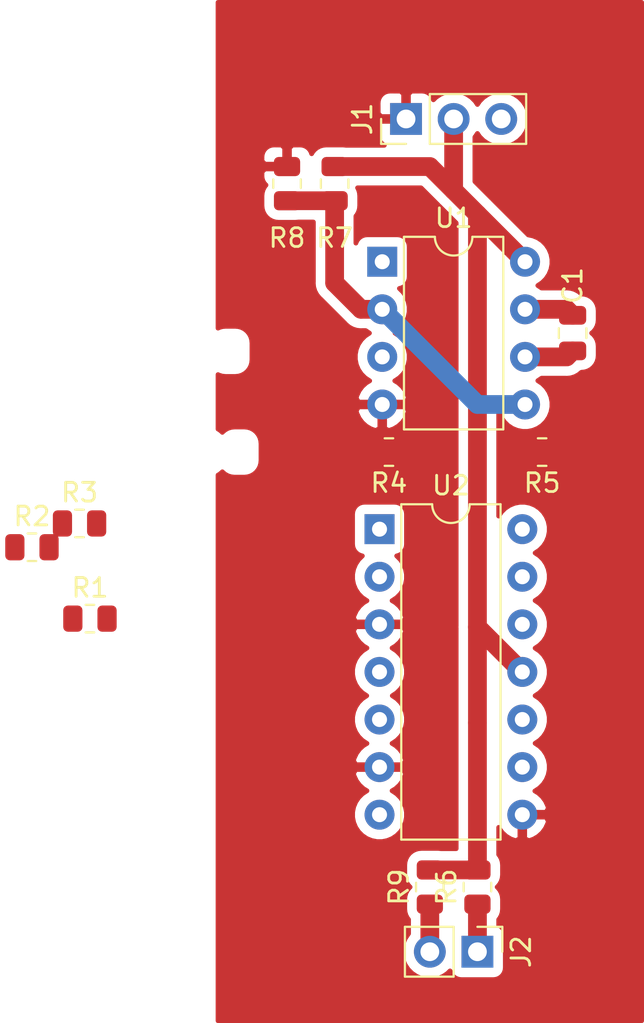
<source format=kicad_pcb>
(kicad_pcb (version 20171130) (host pcbnew "(5.1.9)-1")

  (general
    (thickness 1.6)
    (drawings 0)
    (tracks 22)
    (zones 0)
    (modules 14)
    (nets 17)
  )

  (page A4)
  (layers
    (0 F.Cu signal)
    (31 B.Cu signal)
    (32 B.Adhes user)
    (33 F.Adhes user)
    (34 B.Paste user)
    (35 F.Paste user)
    (36 B.SilkS user)
    (37 F.SilkS user)
    (38 B.Mask user)
    (39 F.Mask user)
    (40 Dwgs.User user)
    (41 Cmts.User user)
    (42 Eco1.User user)
    (43 Eco2.User user)
    (44 Edge.Cuts user)
    (45 Margin user)
    (46 B.CrtYd user)
    (47 F.CrtYd user)
    (48 B.Fab user)
    (49 F.Fab user)
  )

  (setup
    (last_trace_width 1)
    (user_trace_width 0.25)
    (user_trace_width 0.5)
    (user_trace_width 1)
    (trace_clearance 0.2)
    (zone_clearance 0.508)
    (zone_45_only no)
    (trace_min 0.2)
    (via_size 0.8)
    (via_drill 0.4)
    (via_min_size 0.4)
    (via_min_drill 0.3)
    (uvia_size 0.3)
    (uvia_drill 0.1)
    (uvias_allowed no)
    (uvia_min_size 0.2)
    (uvia_min_drill 0.1)
    (edge_width 0.05)
    (segment_width 0.2)
    (pcb_text_width 0.3)
    (pcb_text_size 1.5 1.5)
    (mod_edge_width 0.12)
    (mod_text_size 1 1)
    (mod_text_width 0.15)
    (pad_size 1.524 1.524)
    (pad_drill 0.762)
    (pad_to_mask_clearance 0)
    (aux_axis_origin 0 0)
    (visible_elements FFFFFF7F)
    (pcbplotparams
      (layerselection 0x010fc_ffffffff)
      (usegerberextensions false)
      (usegerberattributes true)
      (usegerberadvancedattributes true)
      (creategerberjobfile true)
      (excludeedgelayer true)
      (linewidth 0.100000)
      (plotframeref false)
      (viasonmask false)
      (mode 1)
      (useauxorigin false)
      (hpglpennumber 1)
      (hpglpenspeed 20)
      (hpglpendiameter 15.000000)
      (psnegative false)
      (psa4output false)
      (plotreference true)
      (plotvalue true)
      (plotinvisibletext false)
      (padsonsilk false)
      (subtractmaskfromsilk false)
      (outputformat 1)
      (mirror false)
      (drillshape 1)
      (scaleselection 1)
      (outputdirectory ""))
  )

  (net 0 "")
  (net 1 "Net-(C1-Pad2)")
  (net 2 "Net-(R1-Pad2)")
  (net 3 "Net-(R2-Pad2)")
  (net 4 "Net-(R3-Pad1)")
  (net 5 "Net-(R4-Pad1)")
  (net 6 VCC)
  (net 7 PWM)
  (net 8 V_REF)
  (net 9 GND)
  (net 10 DC_REF)
  (net 11 "Net-(U2-Pad2)")
  (net 12 "Net-(U2-Pad1)")
  (net 13 PWM_INV)
  (net 14 "Net-(U2-Pad14)")
  (net 15 "Net-(U2-Pad13)")
  (net 16 /TRI)

  (net_class Default "This is the default net class."
    (clearance 0.2)
    (trace_width 0.25)
    (via_dia 0.8)
    (via_drill 0.4)
    (uvia_dia 0.3)
    (uvia_drill 0.1)
    (add_net /TRI)
    (add_net DC_REF)
    (add_net GND)
    (add_net "Net-(C1-Pad2)")
    (add_net "Net-(R1-Pad2)")
    (add_net "Net-(R2-Pad2)")
    (add_net "Net-(R3-Pad1)")
    (add_net "Net-(R4-Pad1)")
    (add_net "Net-(U2-Pad1)")
    (add_net "Net-(U2-Pad13)")
    (add_net "Net-(U2-Pad14)")
    (add_net "Net-(U2-Pad2)")
    (add_net PWM)
    (add_net PWM_INV)
    (add_net VCC)
    (add_net V_REF)
  )

  (module Connector_PinHeader_2.54mm:PinHeader_1x02_P2.54mm_Vertical (layer F.Cu) (tedit 59FED5CC) (tstamp 60EC80A6)
    (at 193.04 102.87 270)
    (descr "Through hole straight pin header, 1x02, 2.54mm pitch, single row")
    (tags "Through hole pin header THT 1x02 2.54mm single row")
    (path /60F01DA5)
    (fp_text reference J2 (at 0 -2.33 90) (layer F.SilkS)
      (effects (font (size 1 1) (thickness 0.15)))
    )
    (fp_text value Conn_01x02 (at 2.54 1.27 180) (layer F.Fab)
      (effects (font (size 1 1) (thickness 0.15)))
    )
    (fp_text user %R (at 0 1.27) (layer F.Fab)
      (effects (font (size 1 1) (thickness 0.15)))
    )
    (fp_line (start -0.635 -1.27) (end 1.27 -1.27) (layer F.Fab) (width 0.1))
    (fp_line (start 1.27 -1.27) (end 1.27 3.81) (layer F.Fab) (width 0.1))
    (fp_line (start 1.27 3.81) (end -1.27 3.81) (layer F.Fab) (width 0.1))
    (fp_line (start -1.27 3.81) (end -1.27 -0.635) (layer F.Fab) (width 0.1))
    (fp_line (start -1.27 -0.635) (end -0.635 -1.27) (layer F.Fab) (width 0.1))
    (fp_line (start -1.33 3.87) (end 1.33 3.87) (layer F.SilkS) (width 0.12))
    (fp_line (start -1.33 1.27) (end -1.33 3.87) (layer F.SilkS) (width 0.12))
    (fp_line (start 1.33 1.27) (end 1.33 3.87) (layer F.SilkS) (width 0.12))
    (fp_line (start -1.33 1.27) (end 1.33 1.27) (layer F.SilkS) (width 0.12))
    (fp_line (start -1.33 0) (end -1.33 -1.33) (layer F.SilkS) (width 0.12))
    (fp_line (start -1.33 -1.33) (end 0 -1.33) (layer F.SilkS) (width 0.12))
    (fp_line (start -1.8 -1.8) (end -1.8 4.35) (layer F.CrtYd) (width 0.05))
    (fp_line (start -1.8 4.35) (end 1.8 4.35) (layer F.CrtYd) (width 0.05))
    (fp_line (start 1.8 4.35) (end 1.8 -1.8) (layer F.CrtYd) (width 0.05))
    (fp_line (start 1.8 -1.8) (end -1.8 -1.8) (layer F.CrtYd) (width 0.05))
    (pad 2 thru_hole oval (at 0 2.54 270) (size 1.7 1.7) (drill 1) (layers *.Cu *.Mask)
      (net 13 PWM_INV))
    (pad 1 thru_hole rect (at 0 0 270) (size 1.7 1.7) (drill 1) (layers *.Cu *.Mask)
      (net 7 PWM))
    (model ${KISYS3DMOD}/Connector_PinHeader_2.54mm.3dshapes/PinHeader_1x02_P2.54mm_Vertical.wrl
      (at (xyz 0 0 0))
      (scale (xyz 1 1 1))
      (rotate (xyz 0 0 0))
    )
  )

  (module Connector_PinHeader_2.54mm:PinHeader_1x03_P2.54mm_Vertical (layer F.Cu) (tedit 59FED5CC) (tstamp 60EC6B43)
    (at 189.23 58.42 90)
    (descr "Through hole straight pin header, 1x03, 2.54mm pitch, single row")
    (tags "Through hole pin header THT 1x03 2.54mm single row")
    (path /60ED24AA)
    (fp_text reference J1 (at 0 -2.33 90) (layer F.SilkS)
      (effects (font (size 1 1) (thickness 0.15)))
    )
    (fp_text value Conn_01x03 (at 0 7.41 90) (layer F.Fab)
      (effects (font (size 1 1) (thickness 0.15)))
    )
    (fp_text user %R (at 0 2.54) (layer F.Fab)
      (effects (font (size 1 1) (thickness 0.15)))
    )
    (fp_line (start -0.635 -1.27) (end 1.27 -1.27) (layer F.Fab) (width 0.1))
    (fp_line (start 1.27 -1.27) (end 1.27 6.35) (layer F.Fab) (width 0.1))
    (fp_line (start 1.27 6.35) (end -1.27 6.35) (layer F.Fab) (width 0.1))
    (fp_line (start -1.27 6.35) (end -1.27 -0.635) (layer F.Fab) (width 0.1))
    (fp_line (start -1.27 -0.635) (end -0.635 -1.27) (layer F.Fab) (width 0.1))
    (fp_line (start -1.33 6.41) (end 1.33 6.41) (layer F.SilkS) (width 0.12))
    (fp_line (start -1.33 1.27) (end -1.33 6.41) (layer F.SilkS) (width 0.12))
    (fp_line (start 1.33 1.27) (end 1.33 6.41) (layer F.SilkS) (width 0.12))
    (fp_line (start -1.33 1.27) (end 1.33 1.27) (layer F.SilkS) (width 0.12))
    (fp_line (start -1.33 0) (end -1.33 -1.33) (layer F.SilkS) (width 0.12))
    (fp_line (start -1.33 -1.33) (end 0 -1.33) (layer F.SilkS) (width 0.12))
    (fp_line (start -1.8 -1.8) (end -1.8 6.85) (layer F.CrtYd) (width 0.05))
    (fp_line (start -1.8 6.85) (end 1.8 6.85) (layer F.CrtYd) (width 0.05))
    (fp_line (start 1.8 6.85) (end 1.8 -1.8) (layer F.CrtYd) (width 0.05))
    (fp_line (start 1.8 -1.8) (end -1.8 -1.8) (layer F.CrtYd) (width 0.05))
    (pad 3 thru_hole oval (at 0 5.08 90) (size 1.7 1.7) (drill 1) (layers *.Cu *.Mask)
      (net 10 DC_REF))
    (pad 2 thru_hole oval (at 0 2.54 90) (size 1.7 1.7) (drill 1) (layers *.Cu *.Mask)
      (net 6 VCC))
    (pad 1 thru_hole rect (at 0 0 90) (size 1.7 1.7) (drill 1) (layers *.Cu *.Mask)
      (net 9 GND))
    (model ${KISYS3DMOD}/Connector_PinHeader_2.54mm.3dshapes/PinHeader_1x03_P2.54mm_Vertical.wrl
      (at (xyz 0 0 0))
      (scale (xyz 1 1 1))
      (rotate (xyz 0 0 0))
    )
  )

  (module Resistor_SMD:R_0805_2012Metric (layer F.Cu) (tedit 5F68FEEE) (tstamp 60EC8986)
    (at 190.5 99.4175 90)
    (descr "Resistor SMD 0805 (2012 Metric), square (rectangular) end terminal, IPC_7351 nominal, (Body size source: IPC-SM-782 page 72, https://www.pcb-3d.com/wordpress/wp-content/uploads/ipc-sm-782a_amendment_1_and_2.pdf), generated with kicad-footprint-generator")
    (tags resistor)
    (path /60ECDDC8)
    (attr smd)
    (fp_text reference R9 (at 0 -1.65 90) (layer F.SilkS)
      (effects (font (size 1 1) (thickness 0.15)))
    )
    (fp_text value 10K (at 0 1.65 90) (layer F.Fab)
      (effects (font (size 1 1) (thickness 0.15)))
    )
    (fp_text user %R (at 0 0 90) (layer F.Fab)
      (effects (font (size 0.5 0.5) (thickness 0.08)))
    )
    (fp_line (start -1 0.625) (end -1 -0.625) (layer F.Fab) (width 0.1))
    (fp_line (start -1 -0.625) (end 1 -0.625) (layer F.Fab) (width 0.1))
    (fp_line (start 1 -0.625) (end 1 0.625) (layer F.Fab) (width 0.1))
    (fp_line (start 1 0.625) (end -1 0.625) (layer F.Fab) (width 0.1))
    (fp_line (start -0.227064 -0.735) (end 0.227064 -0.735) (layer F.SilkS) (width 0.12))
    (fp_line (start -0.227064 0.735) (end 0.227064 0.735) (layer F.SilkS) (width 0.12))
    (fp_line (start -1.68 0.95) (end -1.68 -0.95) (layer F.CrtYd) (width 0.05))
    (fp_line (start -1.68 -0.95) (end 1.68 -0.95) (layer F.CrtYd) (width 0.05))
    (fp_line (start 1.68 -0.95) (end 1.68 0.95) (layer F.CrtYd) (width 0.05))
    (fp_line (start 1.68 0.95) (end -1.68 0.95) (layer F.CrtYd) (width 0.05))
    (pad 2 smd roundrect (at 0.9125 0 90) (size 1.025 1.4) (layers F.Cu F.Paste F.Mask) (roundrect_rratio 0.243902)
      (net 6 VCC))
    (pad 1 smd roundrect (at -0.9125 0 90) (size 1.025 1.4) (layers F.Cu F.Paste F.Mask) (roundrect_rratio 0.243902)
      (net 13 PWM_INV))
    (model ${KISYS3DMOD}/Resistor_SMD.3dshapes/R_0805_2012Metric.wrl
      (at (xyz 0 0 0))
      (scale (xyz 1 1 1))
      (rotate (xyz 0 0 0))
    )
  )

  (module Package_DIP:DIP-14_W7.62mm (layer F.Cu) (tedit 5A02E8C5) (tstamp 60EC5091)
    (at 187.815001 80.315001)
    (descr "14-lead though-hole mounted DIP package, row spacing 7.62 mm (300 mils)")
    (tags "THT DIP DIL PDIP 2.54mm 7.62mm 300mil")
    (path /60F1ACCD)
    (fp_text reference U2 (at 3.81 -2.33) (layer F.SilkS)
      (effects (font (size 1 1) (thickness 0.15)))
    )
    (fp_text value LM319 (at 3.954999 14.934999) (layer F.Fab)
      (effects (font (size 1 1) (thickness 0.15)))
    )
    (fp_text user %R (at 3.81 7.62) (layer F.Fab)
      (effects (font (size 1 1) (thickness 0.15)))
    )
    (fp_arc (start 3.81 -1.33) (end 2.81 -1.33) (angle -180) (layer F.SilkS) (width 0.12))
    (fp_line (start 1.635 -1.27) (end 6.985 -1.27) (layer F.Fab) (width 0.1))
    (fp_line (start 6.985 -1.27) (end 6.985 16.51) (layer F.Fab) (width 0.1))
    (fp_line (start 6.985 16.51) (end 0.635 16.51) (layer F.Fab) (width 0.1))
    (fp_line (start 0.635 16.51) (end 0.635 -0.27) (layer F.Fab) (width 0.1))
    (fp_line (start 0.635 -0.27) (end 1.635 -1.27) (layer F.Fab) (width 0.1))
    (fp_line (start 2.81 -1.33) (end 1.16 -1.33) (layer F.SilkS) (width 0.12))
    (fp_line (start 1.16 -1.33) (end 1.16 16.57) (layer F.SilkS) (width 0.12))
    (fp_line (start 1.16 16.57) (end 6.46 16.57) (layer F.SilkS) (width 0.12))
    (fp_line (start 6.46 16.57) (end 6.46 -1.33) (layer F.SilkS) (width 0.12))
    (fp_line (start 6.46 -1.33) (end 4.81 -1.33) (layer F.SilkS) (width 0.12))
    (fp_line (start -1.1 -1.55) (end -1.1 16.8) (layer F.CrtYd) (width 0.05))
    (fp_line (start -1.1 16.8) (end 8.7 16.8) (layer F.CrtYd) (width 0.05))
    (fp_line (start 8.7 16.8) (end 8.7 -1.55) (layer F.CrtYd) (width 0.05))
    (fp_line (start 8.7 -1.55) (end -1.1 -1.55) (layer F.CrtYd) (width 0.05))
    (pad 14 thru_hole oval (at 7.62 0) (size 1.6 1.6) (drill 0.8) (layers *.Cu *.Mask)
      (net 14 "Net-(U2-Pad14)"))
    (pad 7 thru_hole oval (at 0 15.24) (size 1.6 1.6) (drill 0.8) (layers *.Cu *.Mask)
      (net 13 PWM_INV))
    (pad 13 thru_hole oval (at 7.62 2.54) (size 1.6 1.6) (drill 0.8) (layers *.Cu *.Mask)
      (net 15 "Net-(U2-Pad13)"))
    (pad 6 thru_hole oval (at 0 12.7) (size 1.6 1.6) (drill 0.8) (layers *.Cu *.Mask)
      (net 9 GND))
    (pad 12 thru_hole oval (at 7.62 5.08) (size 1.6 1.6) (drill 0.8) (layers *.Cu *.Mask)
      (net 7 PWM))
    (pad 5 thru_hole oval (at 0 10.16) (size 1.6 1.6) (drill 0.8) (layers *.Cu *.Mask)
      (net 10 DC_REF))
    (pad 11 thru_hole oval (at 7.62 7.62) (size 1.6 1.6) (drill 0.8) (layers *.Cu *.Mask)
      (net 6 VCC))
    (pad 4 thru_hole oval (at 0 7.62) (size 1.6 1.6) (drill 0.8) (layers *.Cu *.Mask)
      (net 16 /TRI))
    (pad 10 thru_hole oval (at 7.62 10.16) (size 1.6 1.6) (drill 0.8) (layers *.Cu *.Mask)
      (net 16 /TRI))
    (pad 3 thru_hole oval (at 0 5.08) (size 1.6 1.6) (drill 0.8) (layers *.Cu *.Mask)
      (net 9 GND))
    (pad 9 thru_hole oval (at 7.62 12.7) (size 1.6 1.6) (drill 0.8) (layers *.Cu *.Mask)
      (net 10 DC_REF))
    (pad 2 thru_hole oval (at 0 2.54) (size 1.6 1.6) (drill 0.8) (layers *.Cu *.Mask)
      (net 11 "Net-(U2-Pad2)"))
    (pad 8 thru_hole oval (at 7.62 15.24) (size 1.6 1.6) (drill 0.8) (layers *.Cu *.Mask)
      (net 9 GND))
    (pad 1 thru_hole rect (at 0 0) (size 1.6 1.6) (drill 0.8) (layers *.Cu *.Mask)
      (net 12 "Net-(U2-Pad1)"))
    (model ${KISYS3DMOD}/Package_DIP.3dshapes/DIP-14_W7.62mm.wrl
      (at (xyz 0 0 0))
      (scale (xyz 1 1 1))
      (rotate (xyz 0 0 0))
    )
  )

  (module Package_DIP:DIP-8_W7.62mm (layer F.Cu) (tedit 5A02E8C5) (tstamp 60EC506F)
    (at 187.96 66.04)
    (descr "8-lead though-hole mounted DIP package, row spacing 7.62 mm (300 mils)")
    (tags "THT DIP DIL PDIP 2.54mm 7.62mm 300mil")
    (path /60ED83D4)
    (fp_text reference U1 (at 3.81 -2.33) (layer F.SilkS)
      (effects (font (size 1 1) (thickness 0.15)))
    )
    (fp_text value TLE2082 (at 3.81 9.95) (layer F.Fab)
      (effects (font (size 1 1) (thickness 0.15)))
    )
    (fp_text user %R (at 3.81 3.81) (layer F.Fab)
      (effects (font (size 1 1) (thickness 0.15)))
    )
    (fp_arc (start 3.81 -1.33) (end 2.81 -1.33) (angle -180) (layer F.SilkS) (width 0.12))
    (fp_line (start 1.635 -1.27) (end 6.985 -1.27) (layer F.Fab) (width 0.1))
    (fp_line (start 6.985 -1.27) (end 6.985 8.89) (layer F.Fab) (width 0.1))
    (fp_line (start 6.985 8.89) (end 0.635 8.89) (layer F.Fab) (width 0.1))
    (fp_line (start 0.635 8.89) (end 0.635 -0.27) (layer F.Fab) (width 0.1))
    (fp_line (start 0.635 -0.27) (end 1.635 -1.27) (layer F.Fab) (width 0.1))
    (fp_line (start 2.81 -1.33) (end 1.16 -1.33) (layer F.SilkS) (width 0.12))
    (fp_line (start 1.16 -1.33) (end 1.16 8.95) (layer F.SilkS) (width 0.12))
    (fp_line (start 1.16 8.95) (end 6.46 8.95) (layer F.SilkS) (width 0.12))
    (fp_line (start 6.46 8.95) (end 6.46 -1.33) (layer F.SilkS) (width 0.12))
    (fp_line (start 6.46 -1.33) (end 4.81 -1.33) (layer F.SilkS) (width 0.12))
    (fp_line (start -1.1 -1.55) (end -1.1 9.15) (layer F.CrtYd) (width 0.05))
    (fp_line (start -1.1 9.15) (end 8.7 9.15) (layer F.CrtYd) (width 0.05))
    (fp_line (start 8.7 9.15) (end 8.7 -1.55) (layer F.CrtYd) (width 0.05))
    (fp_line (start 8.7 -1.55) (end -1.1 -1.55) (layer F.CrtYd) (width 0.05))
    (pad 8 thru_hole oval (at 7.62 0) (size 1.6 1.6) (drill 0.8) (layers *.Cu *.Mask)
      (net 6 VCC))
    (pad 4 thru_hole oval (at 0 7.62) (size 1.6 1.6) (drill 0.8) (layers *.Cu *.Mask)
      (net 9 GND))
    (pad 7 thru_hole oval (at 7.62 2.54) (size 1.6 1.6) (drill 0.8) (layers *.Cu *.Mask)
      (net 16 /TRI))
    (pad 3 thru_hole oval (at 0 5.08) (size 1.6 1.6) (drill 0.8) (layers *.Cu *.Mask)
      (net 2 "Net-(R1-Pad2)"))
    (pad 6 thru_hole oval (at 7.62 5.08) (size 1.6 1.6) (drill 0.8) (layers *.Cu *.Mask)
      (net 1 "Net-(C1-Pad2)"))
    (pad 2 thru_hole oval (at 0 2.54) (size 1.6 1.6) (drill 0.8) (layers *.Cu *.Mask)
      (net 8 V_REF))
    (pad 5 thru_hole oval (at 7.62 7.62) (size 1.6 1.6) (drill 0.8) (layers *.Cu *.Mask)
      (net 8 V_REF))
    (pad 1 thru_hole rect (at 0 0) (size 1.6 1.6) (drill 0.8) (layers *.Cu *.Mask)
      (net 4 "Net-(R3-Pad1)"))
    (model ${KISYS3DMOD}/Package_DIP.3dshapes/DIP-8_W7.62mm.wrl
      (at (xyz 0 0 0))
      (scale (xyz 1 1 1))
      (rotate (xyz 0 0 0))
    )
  )

  (module Resistor_SMD:R_0805_2012Metric (layer F.Cu) (tedit 5F68FEEE) (tstamp 60EC5053)
    (at 182.88 61.8725 90)
    (descr "Resistor SMD 0805 (2012 Metric), square (rectangular) end terminal, IPC_7351 nominal, (Body size source: IPC-SM-782 page 72, https://www.pcb-3d.com/wordpress/wp-content/uploads/ipc-sm-782a_amendment_1_and_2.pdf), generated with kicad-footprint-generator")
    (tags resistor)
    (path /60ECD2E4)
    (attr smd)
    (fp_text reference R8 (at -2.8975 0 180) (layer F.SilkS)
      (effects (font (size 1 1) (thickness 0.15)))
    )
    (fp_text value 10K (at 0.01527 -1.65147 90) (layer F.Fab)
      (effects (font (size 1 1) (thickness 0.15)))
    )
    (fp_text user %R (at 0 0 90) (layer F.Fab)
      (effects (font (size 0.5 0.5) (thickness 0.08)))
    )
    (fp_line (start -1 0.625) (end -1 -0.625) (layer F.Fab) (width 0.1))
    (fp_line (start -1 -0.625) (end 1 -0.625) (layer F.Fab) (width 0.1))
    (fp_line (start 1 -0.625) (end 1 0.625) (layer F.Fab) (width 0.1))
    (fp_line (start 1 0.625) (end -1 0.625) (layer F.Fab) (width 0.1))
    (fp_line (start -0.227064 -0.735) (end 0.227064 -0.735) (layer F.SilkS) (width 0.12))
    (fp_line (start -0.227064 0.735) (end 0.227064 0.735) (layer F.SilkS) (width 0.12))
    (fp_line (start -1.68 0.95) (end -1.68 -0.95) (layer F.CrtYd) (width 0.05))
    (fp_line (start -1.68 -0.95) (end 1.68 -0.95) (layer F.CrtYd) (width 0.05))
    (fp_line (start 1.68 -0.95) (end 1.68 0.95) (layer F.CrtYd) (width 0.05))
    (fp_line (start 1.68 0.95) (end -1.68 0.95) (layer F.CrtYd) (width 0.05))
    (pad 2 smd roundrect (at 0.9125 0 90) (size 1.025 1.4) (layers F.Cu F.Paste F.Mask) (roundrect_rratio 0.243902)
      (net 9 GND))
    (pad 1 smd roundrect (at -0.9125 0 90) (size 1.025 1.4) (layers F.Cu F.Paste F.Mask) (roundrect_rratio 0.243902)
      (net 8 V_REF))
    (model ${KISYS3DMOD}/Resistor_SMD.3dshapes/R_0805_2012Metric.wrl
      (at (xyz 0 0 0))
      (scale (xyz 1 1 1))
      (rotate (xyz 0 0 0))
    )
  )

  (module Resistor_SMD:R_0805_2012Metric (layer F.Cu) (tedit 5F68FEEE) (tstamp 60EC5042)
    (at 185.42 61.8725 270)
    (descr "Resistor SMD 0805 (2012 Metric), square (rectangular) end terminal, IPC_7351 nominal, (Body size source: IPC-SM-782 page 72, https://www.pcb-3d.com/wordpress/wp-content/uploads/ipc-sm-782a_amendment_1_and_2.pdf), generated with kicad-footprint-generator")
    (tags resistor)
    (path /60ECCE99)
    (attr smd)
    (fp_text reference R7 (at 2.8975 0) (layer F.SilkS)
      (effects (font (size 1 1) (thickness 0.15)))
    )
    (fp_text value 10K (at 0 -1.905 90) (layer F.Fab)
      (effects (font (size 1 1) (thickness 0.15)))
    )
    (fp_text user %R (at 0 0 90) (layer F.Fab)
      (effects (font (size 0.5 0.5) (thickness 0.08)))
    )
    (fp_line (start -1 0.625) (end -1 -0.625) (layer F.Fab) (width 0.1))
    (fp_line (start -1 -0.625) (end 1 -0.625) (layer F.Fab) (width 0.1))
    (fp_line (start 1 -0.625) (end 1 0.625) (layer F.Fab) (width 0.1))
    (fp_line (start 1 0.625) (end -1 0.625) (layer F.Fab) (width 0.1))
    (fp_line (start -0.227064 -0.735) (end 0.227064 -0.735) (layer F.SilkS) (width 0.12))
    (fp_line (start -0.227064 0.735) (end 0.227064 0.735) (layer F.SilkS) (width 0.12))
    (fp_line (start -1.68 0.95) (end -1.68 -0.95) (layer F.CrtYd) (width 0.05))
    (fp_line (start -1.68 -0.95) (end 1.68 -0.95) (layer F.CrtYd) (width 0.05))
    (fp_line (start 1.68 -0.95) (end 1.68 0.95) (layer F.CrtYd) (width 0.05))
    (fp_line (start 1.68 0.95) (end -1.68 0.95) (layer F.CrtYd) (width 0.05))
    (pad 2 smd roundrect (at 0.9125 0 270) (size 1.025 1.4) (layers F.Cu F.Paste F.Mask) (roundrect_rratio 0.243902)
      (net 8 V_REF))
    (pad 1 smd roundrect (at -0.9125 0 270) (size 1.025 1.4) (layers F.Cu F.Paste F.Mask) (roundrect_rratio 0.243902)
      (net 6 VCC))
    (model ${KISYS3DMOD}/Resistor_SMD.3dshapes/R_0805_2012Metric.wrl
      (at (xyz 0 0 0))
      (scale (xyz 1 1 1))
      (rotate (xyz 0 0 0))
    )
  )

  (module Resistor_SMD:R_0805_2012Metric (layer F.Cu) (tedit 5F68FEEE) (tstamp 60EC5031)
    (at 193.04 99.4175 90)
    (descr "Resistor SMD 0805 (2012 Metric), square (rectangular) end terminal, IPC_7351 nominal, (Body size source: IPC-SM-782 page 72, https://www.pcb-3d.com/wordpress/wp-content/uploads/ipc-sm-782a_amendment_1_and_2.pdf), generated with kicad-footprint-generator")
    (tags resistor)
    (path /60EE366E)
    (attr smd)
    (fp_text reference R6 (at 0 -1.65 90) (layer F.SilkS)
      (effects (font (size 1 1) (thickness 0.15)))
    )
    (fp_text value 10K (at 0 1.65 90) (layer F.Fab)
      (effects (font (size 1 1) (thickness 0.15)))
    )
    (fp_text user %R (at 0 0 90) (layer F.Fab)
      (effects (font (size 0.5 0.5) (thickness 0.08)))
    )
    (fp_line (start -1 0.625) (end -1 -0.625) (layer F.Fab) (width 0.1))
    (fp_line (start -1 -0.625) (end 1 -0.625) (layer F.Fab) (width 0.1))
    (fp_line (start 1 -0.625) (end 1 0.625) (layer F.Fab) (width 0.1))
    (fp_line (start 1 0.625) (end -1 0.625) (layer F.Fab) (width 0.1))
    (fp_line (start -0.227064 -0.735) (end 0.227064 -0.735) (layer F.SilkS) (width 0.12))
    (fp_line (start -0.227064 0.735) (end 0.227064 0.735) (layer F.SilkS) (width 0.12))
    (fp_line (start -1.68 0.95) (end -1.68 -0.95) (layer F.CrtYd) (width 0.05))
    (fp_line (start -1.68 -0.95) (end 1.68 -0.95) (layer F.CrtYd) (width 0.05))
    (fp_line (start 1.68 -0.95) (end 1.68 0.95) (layer F.CrtYd) (width 0.05))
    (fp_line (start 1.68 0.95) (end -1.68 0.95) (layer F.CrtYd) (width 0.05))
    (pad 2 smd roundrect (at 0.9125 0 90) (size 1.025 1.4) (layers F.Cu F.Paste F.Mask) (roundrect_rratio 0.243902)
      (net 6 VCC))
    (pad 1 smd roundrect (at -0.9125 0 90) (size 1.025 1.4) (layers F.Cu F.Paste F.Mask) (roundrect_rratio 0.243902)
      (net 7 PWM))
    (model ${KISYS3DMOD}/Resistor_SMD.3dshapes/R_0805_2012Metric.wrl
      (at (xyz 0 0 0))
      (scale (xyz 1 1 1))
      (rotate (xyz 0 0 0))
    )
  )

  (module Resistor_SMD:R_0805_2012Metric (layer F.Cu) (tedit 5F68FEEE) (tstamp 60EC5020)
    (at 196.4925 76.2 180)
    (descr "Resistor SMD 0805 (2012 Metric), square (rectangular) end terminal, IPC_7351 nominal, (Body size source: IPC-SM-782 page 72, https://www.pcb-3d.com/wordpress/wp-content/uploads/ipc-sm-782a_amendment_1_and_2.pdf), generated with kicad-footprint-generator")
    (tags resistor)
    (path /60ED02D9)
    (attr smd)
    (fp_text reference R5 (at 0 -1.65) (layer F.SilkS)
      (effects (font (size 1 1) (thickness 0.15)))
    )
    (fp_text value 1K (at 0 1.65) (layer F.Fab)
      (effects (font (size 1 1) (thickness 0.15)))
    )
    (fp_text user %R (at 0 0) (layer F.Fab)
      (effects (font (size 0.5 0.5) (thickness 0.08)))
    )
    (fp_line (start -1 0.625) (end -1 -0.625) (layer F.Fab) (width 0.1))
    (fp_line (start -1 -0.625) (end 1 -0.625) (layer F.Fab) (width 0.1))
    (fp_line (start 1 -0.625) (end 1 0.625) (layer F.Fab) (width 0.1))
    (fp_line (start 1 0.625) (end -1 0.625) (layer F.Fab) (width 0.1))
    (fp_line (start -0.227064 -0.735) (end 0.227064 -0.735) (layer F.SilkS) (width 0.12))
    (fp_line (start -0.227064 0.735) (end 0.227064 0.735) (layer F.SilkS) (width 0.12))
    (fp_line (start -1.68 0.95) (end -1.68 -0.95) (layer F.CrtYd) (width 0.05))
    (fp_line (start -1.68 -0.95) (end 1.68 -0.95) (layer F.CrtYd) (width 0.05))
    (fp_line (start 1.68 -0.95) (end 1.68 0.95) (layer F.CrtYd) (width 0.05))
    (fp_line (start 1.68 0.95) (end -1.68 0.95) (layer F.CrtYd) (width 0.05))
    (pad 2 smd roundrect (at 0.9125 0 180) (size 1.025 1.4) (layers F.Cu F.Paste F.Mask) (roundrect_rratio 0.243902)
      (net 5 "Net-(R4-Pad1)"))
    (pad 1 smd roundrect (at -0.9125 0 180) (size 1.025 1.4) (layers F.Cu F.Paste F.Mask) (roundrect_rratio 0.243902)
      (net 1 "Net-(C1-Pad2)"))
    (model ${KISYS3DMOD}/Resistor_SMD.3dshapes/R_0805_2012Metric.wrl
      (at (xyz 0 0 0))
      (scale (xyz 1 1 1))
      (rotate (xyz 0 0 0))
    )
  )

  (module Resistor_SMD:R_0805_2012Metric (layer F.Cu) (tedit 5F68FEEE) (tstamp 60EC500F)
    (at 188.3175 76.2 180)
    (descr "Resistor SMD 0805 (2012 Metric), square (rectangular) end terminal, IPC_7351 nominal, (Body size source: IPC-SM-782 page 72, https://www.pcb-3d.com/wordpress/wp-content/uploads/ipc-sm-782a_amendment_1_and_2.pdf), generated with kicad-footprint-generator")
    (tags resistor)
    (path /60F0CAC5)
    (attr smd)
    (fp_text reference R4 (at 0 -1.65) (layer F.SilkS)
      (effects (font (size 1 1) (thickness 0.15)))
    )
    (fp_text value 100K (at 0 1.65) (layer F.Fab)
      (effects (font (size 1 1) (thickness 0.15)))
    )
    (fp_text user %R (at 0 0) (layer F.Fab)
      (effects (font (size 0.5 0.5) (thickness 0.08)))
    )
    (fp_line (start -1 0.625) (end -1 -0.625) (layer F.Fab) (width 0.1))
    (fp_line (start -1 -0.625) (end 1 -0.625) (layer F.Fab) (width 0.1))
    (fp_line (start 1 -0.625) (end 1 0.625) (layer F.Fab) (width 0.1))
    (fp_line (start 1 0.625) (end -1 0.625) (layer F.Fab) (width 0.1))
    (fp_line (start -0.227064 -0.735) (end 0.227064 -0.735) (layer F.SilkS) (width 0.12))
    (fp_line (start -0.227064 0.735) (end 0.227064 0.735) (layer F.SilkS) (width 0.12))
    (fp_line (start -1.68 0.95) (end -1.68 -0.95) (layer F.CrtYd) (width 0.05))
    (fp_line (start -1.68 -0.95) (end 1.68 -0.95) (layer F.CrtYd) (width 0.05))
    (fp_line (start 1.68 -0.95) (end 1.68 0.95) (layer F.CrtYd) (width 0.05))
    (fp_line (start 1.68 0.95) (end -1.68 0.95) (layer F.CrtYd) (width 0.05))
    (pad 2 smd roundrect (at 0.9125 0 180) (size 1.025 1.4) (layers F.Cu F.Paste F.Mask) (roundrect_rratio 0.243902)
      (net 4 "Net-(R3-Pad1)"))
    (pad 1 smd roundrect (at -0.9125 0 180) (size 1.025 1.4) (layers F.Cu F.Paste F.Mask) (roundrect_rratio 0.243902)
      (net 5 "Net-(R4-Pad1)"))
    (model ${KISYS3DMOD}/Resistor_SMD.3dshapes/R_0805_2012Metric.wrl
      (at (xyz 0 0 0))
      (scale (xyz 1 1 1))
      (rotate (xyz 0 0 0))
    )
  )

  (module Resistor_SMD:R_0805_2012Metric (layer F.Cu) (tedit 5F68FEEE) (tstamp 60EC4FFE)
    (at 171.8075 80.01)
    (descr "Resistor SMD 0805 (2012 Metric), square (rectangular) end terminal, IPC_7351 nominal, (Body size source: IPC-SM-782 page 72, https://www.pcb-3d.com/wordpress/wp-content/uploads/ipc-sm-782a_amendment_1_and_2.pdf), generated with kicad-footprint-generator")
    (tags resistor)
    (path /60F0BDD1)
    (attr smd)
    (fp_text reference R3 (at 0 -1.65) (layer F.SilkS)
      (effects (font (size 1 1) (thickness 0.15)))
    )
    (fp_text value 1M (at 0 1.65) (layer F.Fab)
      (effects (font (size 1 1) (thickness 0.15)))
    )
    (fp_text user %R (at 0 0) (layer F.Fab)
      (effects (font (size 0.5 0.5) (thickness 0.08)))
    )
    (fp_line (start -1 0.625) (end -1 -0.625) (layer F.Fab) (width 0.1))
    (fp_line (start -1 -0.625) (end 1 -0.625) (layer F.Fab) (width 0.1))
    (fp_line (start 1 -0.625) (end 1 0.625) (layer F.Fab) (width 0.1))
    (fp_line (start 1 0.625) (end -1 0.625) (layer F.Fab) (width 0.1))
    (fp_line (start -0.227064 -0.735) (end 0.227064 -0.735) (layer F.SilkS) (width 0.12))
    (fp_line (start -0.227064 0.735) (end 0.227064 0.735) (layer F.SilkS) (width 0.12))
    (fp_line (start -1.68 0.95) (end -1.68 -0.95) (layer F.CrtYd) (width 0.05))
    (fp_line (start -1.68 -0.95) (end 1.68 -0.95) (layer F.CrtYd) (width 0.05))
    (fp_line (start 1.68 -0.95) (end 1.68 0.95) (layer F.CrtYd) (width 0.05))
    (fp_line (start 1.68 0.95) (end -1.68 0.95) (layer F.CrtYd) (width 0.05))
    (pad 2 smd roundrect (at 0.9125 0) (size 1.025 1.4) (layers F.Cu F.Paste F.Mask) (roundrect_rratio 0.243902)
      (net 3 "Net-(R2-Pad2)"))
    (pad 1 smd roundrect (at -0.9125 0) (size 1.025 1.4) (layers F.Cu F.Paste F.Mask) (roundrect_rratio 0.243902)
      (net 4 "Net-(R3-Pad1)"))
    (model ${KISYS3DMOD}/Resistor_SMD.3dshapes/R_0805_2012Metric.wrl
      (at (xyz 0 0 0))
      (scale (xyz 1 1 1))
      (rotate (xyz 0 0 0))
    )
  )

  (module Resistor_SMD:R_0805_2012Metric (layer F.Cu) (tedit 5F68FEEE) (tstamp 60EC4FED)
    (at 169.2675 81.28)
    (descr "Resistor SMD 0805 (2012 Metric), square (rectangular) end terminal, IPC_7351 nominal, (Body size source: IPC-SM-782 page 72, https://www.pcb-3d.com/wordpress/wp-content/uploads/ipc-sm-782a_amendment_1_and_2.pdf), generated with kicad-footprint-generator")
    (tags resistor)
    (path /60EDEB66)
    (attr smd)
    (fp_text reference R2 (at 0 -1.65) (layer F.SilkS)
      (effects (font (size 1 1) (thickness 0.15)))
    )
    (fp_text value 10K (at 0 1.65) (layer F.Fab)
      (effects (font (size 1 1) (thickness 0.15)))
    )
    (fp_text user %R (at 0 0) (layer F.Fab)
      (effects (font (size 0.5 0.5) (thickness 0.08)))
    )
    (fp_line (start -1 0.625) (end -1 -0.625) (layer F.Fab) (width 0.1))
    (fp_line (start -1 -0.625) (end 1 -0.625) (layer F.Fab) (width 0.1))
    (fp_line (start 1 -0.625) (end 1 0.625) (layer F.Fab) (width 0.1))
    (fp_line (start 1 0.625) (end -1 0.625) (layer F.Fab) (width 0.1))
    (fp_line (start -0.227064 -0.735) (end 0.227064 -0.735) (layer F.SilkS) (width 0.12))
    (fp_line (start -0.227064 0.735) (end 0.227064 0.735) (layer F.SilkS) (width 0.12))
    (fp_line (start -1.68 0.95) (end -1.68 -0.95) (layer F.CrtYd) (width 0.05))
    (fp_line (start -1.68 -0.95) (end 1.68 -0.95) (layer F.CrtYd) (width 0.05))
    (fp_line (start 1.68 -0.95) (end 1.68 0.95) (layer F.CrtYd) (width 0.05))
    (fp_line (start 1.68 0.95) (end -1.68 0.95) (layer F.CrtYd) (width 0.05))
    (pad 2 smd roundrect (at 0.9125 0) (size 1.025 1.4) (layers F.Cu F.Paste F.Mask) (roundrect_rratio 0.243902)
      (net 3 "Net-(R2-Pad2)"))
    (pad 1 smd roundrect (at -0.9125 0) (size 1.025 1.4) (layers F.Cu F.Paste F.Mask) (roundrect_rratio 0.243902)
      (net 2 "Net-(R1-Pad2)"))
    (model ${KISYS3DMOD}/Resistor_SMD.3dshapes/R_0805_2012Metric.wrl
      (at (xyz 0 0 0))
      (scale (xyz 1 1 1))
      (rotate (xyz 0 0 0))
    )
  )

  (module Resistor_SMD:R_0805_2012Metric (layer F.Cu) (tedit 5F68FEEE) (tstamp 60EC4FDC)
    (at 172.3625 85.09)
    (descr "Resistor SMD 0805 (2012 Metric), square (rectangular) end terminal, IPC_7351 nominal, (Body size source: IPC-SM-782 page 72, https://www.pcb-3d.com/wordpress/wp-content/uploads/ipc-sm-782a_amendment_1_and_2.pdf), generated with kicad-footprint-generator")
    (tags resistor)
    (path /60EDF29D)
    (attr smd)
    (fp_text reference R1 (at 0 -1.65) (layer F.SilkS)
      (effects (font (size 1 1) (thickness 0.15)))
    )
    (fp_text value 8.2K (at 0 1.65) (layer F.Fab)
      (effects (font (size 1 1) (thickness 0.15)))
    )
    (fp_text user %R (at 0 0) (layer F.Fab)
      (effects (font (size 0.5 0.5) (thickness 0.08)))
    )
    (fp_line (start -1 0.625) (end -1 -0.625) (layer F.Fab) (width 0.1))
    (fp_line (start -1 -0.625) (end 1 -0.625) (layer F.Fab) (width 0.1))
    (fp_line (start 1 -0.625) (end 1 0.625) (layer F.Fab) (width 0.1))
    (fp_line (start 1 0.625) (end -1 0.625) (layer F.Fab) (width 0.1))
    (fp_line (start -0.227064 -0.735) (end 0.227064 -0.735) (layer F.SilkS) (width 0.12))
    (fp_line (start -0.227064 0.735) (end 0.227064 0.735) (layer F.SilkS) (width 0.12))
    (fp_line (start -1.68 0.95) (end -1.68 -0.95) (layer F.CrtYd) (width 0.05))
    (fp_line (start -1.68 -0.95) (end 1.68 -0.95) (layer F.CrtYd) (width 0.05))
    (fp_line (start 1.68 -0.95) (end 1.68 0.95) (layer F.CrtYd) (width 0.05))
    (fp_line (start 1.68 0.95) (end -1.68 0.95) (layer F.CrtYd) (width 0.05))
    (pad 2 smd roundrect (at 0.9125 0) (size 1.025 1.4) (layers F.Cu F.Paste F.Mask) (roundrect_rratio 0.243902)
      (net 2 "Net-(R1-Pad2)"))
    (pad 1 smd roundrect (at -0.9125 0) (size 1.025 1.4) (layers F.Cu F.Paste F.Mask) (roundrect_rratio 0.243902)
      (net 16 /TRI))
    (model ${KISYS3DMOD}/Resistor_SMD.3dshapes/R_0805_2012Metric.wrl
      (at (xyz 0 0 0))
      (scale (xyz 1 1 1))
      (rotate (xyz 0 0 0))
    )
  )

  (module Capacitor_SMD:C_0805_2012Metric (layer F.Cu) (tedit 5F68FEEE) (tstamp 60EC662F)
    (at 198.12 69.85 270)
    (descr "Capacitor SMD 0805 (2012 Metric), square (rectangular) end terminal, IPC_7351 nominal, (Body size source: IPC-SM-782 page 76, https://www.pcb-3d.com/wordpress/wp-content/uploads/ipc-sm-782a_amendment_1_and_2.pdf, https://docs.google.com/spreadsheets/d/1BsfQQcO9C6DZCsRaXUlFlo91Tg2WpOkGARC1WS5S8t0/edit?usp=sharing), generated with kicad-footprint-generator")
    (tags capacitor)
    (path /60EE1DEE)
    (attr smd)
    (fp_text reference C1 (at -2.54 0 90) (layer F.SilkS)
      (effects (font (size 1 1) (thickness 0.15)))
    )
    (fp_text value 10.16n (at 0 -2.54 90) (layer F.Fab)
      (effects (font (size 1 1) (thickness 0.15)))
    )
    (fp_text user %R (at 0 0 90) (layer F.Fab)
      (effects (font (size 0.5 0.5) (thickness 0.08)))
    )
    (fp_line (start -1 0.625) (end -1 -0.625) (layer F.Fab) (width 0.1))
    (fp_line (start -1 -0.625) (end 1 -0.625) (layer F.Fab) (width 0.1))
    (fp_line (start 1 -0.625) (end 1 0.625) (layer F.Fab) (width 0.1))
    (fp_line (start 1 0.625) (end -1 0.625) (layer F.Fab) (width 0.1))
    (fp_line (start -0.261252 -0.735) (end 0.261252 -0.735) (layer F.SilkS) (width 0.12))
    (fp_line (start -0.261252 0.735) (end 0.261252 0.735) (layer F.SilkS) (width 0.12))
    (fp_line (start -1.7 0.98) (end -1.7 -0.98) (layer F.CrtYd) (width 0.05))
    (fp_line (start -1.7 -0.98) (end 1.7 -0.98) (layer F.CrtYd) (width 0.05))
    (fp_line (start 1.7 -0.98) (end 1.7 0.98) (layer F.CrtYd) (width 0.05))
    (fp_line (start 1.7 0.98) (end -1.7 0.98) (layer F.CrtYd) (width 0.05))
    (pad 2 smd roundrect (at 0.95 0 270) (size 1 1.45) (layers F.Cu F.Paste F.Mask) (roundrect_rratio 0.25)
      (net 1 "Net-(C1-Pad2)"))
    (pad 1 smd roundrect (at -0.95 0 270) (size 1 1.45) (layers F.Cu F.Paste F.Mask) (roundrect_rratio 0.25)
      (net 16 /TRI))
    (model ${KISYS3DMOD}/Capacitor_SMD.3dshapes/C_0805_2012Metric.wrl
      (at (xyz 0 0 0))
      (scale (xyz 1 1 1))
      (rotate (xyz 0 0 0))
    )
  )

  (segment (start 197.8 71.12) (end 198.12 70.8) (width 1) (layer F.Cu) (net 1))
  (segment (start 195.58 71.12) (end 197.8 71.12) (width 1) (layer F.Cu) (net 1))
  (segment (start 197.8 68.58) (end 198.12 68.9) (width 1) (layer F.Cu) (net 16))
  (segment (start 195.58 68.58) (end 197.8 68.58) (width 1) (layer F.Cu) (net 16))
  (segment (start 191.77 62.23) (end 191.77 58.42) (width 1) (layer F.Cu) (net 6))
  (segment (start 193.04 85.54) (end 195.435001 87.935001) (width 1) (layer F.Cu) (net 6))
  (segment (start 193.04 63.5) (end 193.04 85.54) (width 1) (layer F.Cu) (net 6))
  (segment (start 195.58 66.04) (end 193.04 63.5) (width 1) (layer F.Cu) (net 6))
  (segment (start 193.04 63.5) (end 191.77 62.23) (width 1) (layer F.Cu) (net 6))
  (segment (start 190.5 98.505) (end 193.04 98.505) (width 1) (layer F.Cu) (net 6))
  (segment (start 193.04 90.65) (end 193.04 85.54) (width 1) (layer F.Cu) (net 6))
  (segment (start 193.04 98.505) (end 193.04 90.65) (width 1) (layer F.Cu) (net 6))
  (segment (start 190.5 60.96) (end 185.42 60.96) (width 1) (layer F.Cu) (net 6))
  (segment (start 191.77 62.23) (end 190.5 60.96) (width 1) (layer F.Cu) (net 6))
  (segment (start 193.04 100.33) (end 193.04 102.87) (width 1) (layer F.Cu) (net 7))
  (segment (start 182.88 62.785) (end 185.42 62.785) (width 1) (layer F.Cu) (net 8))
  (segment (start 193.04 73.66) (end 187.96 68.58) (width 1) (layer B.Cu) (net 8))
  (segment (start 195.58 73.66) (end 193.04 73.66) (width 1) (layer B.Cu) (net 8))
  (segment (start 186.82863 68.58) (end 185.42 67.17137) (width 1) (layer F.Cu) (net 8))
  (segment (start 187.96 68.58) (end 186.82863 68.58) (width 1) (layer F.Cu) (net 8))
  (segment (start 185.42 67.17137) (end 185.42 62.785) (width 1) (layer F.Cu) (net 8))
  (segment (start 190.5 100.33) (end 190.5 102.87) (width 1) (layer F.Cu) (net 13))

  (zone (net 9) (net_name GND) (layer F.Cu) (tstamp 60EC894D) (hatch edge 0.508)
    (connect_pads (clearance 0.508))
    (min_thickness 0.254)
    (fill yes (arc_segments 32) (thermal_gap 0.508) (thermal_bridge_width 0.508))
    (polygon
      (pts
        (xy 201.93 106.68) (xy 179.07 106.68) (xy 179.07 52.07) (xy 201.93 52.07)
      )
    )
    (filled_polygon
      (pts
        (xy 201.803 106.553) (xy 179.197 106.553) (xy 179.197 95.413666) (xy 186.380001 95.413666) (xy 186.380001 95.696336)
        (xy 186.435148 95.973575) (xy 186.543321 96.234728) (xy 186.700364 96.46976) (xy 186.900242 96.669638) (xy 187.135274 96.826681)
        (xy 187.396427 96.934854) (xy 187.673666 96.990001) (xy 187.956336 96.990001) (xy 188.233575 96.934854) (xy 188.494728 96.826681)
        (xy 188.72976 96.669638) (xy 188.929638 96.46976) (xy 189.086681 96.234728) (xy 189.194854 95.973575) (xy 189.250001 95.696336)
        (xy 189.250001 95.413666) (xy 189.194854 95.136427) (xy 189.086681 94.875274) (xy 188.929638 94.640242) (xy 188.72976 94.440364)
        (xy 188.494728 94.283321) (xy 188.484136 94.278934) (xy 188.670132 94.167386) (xy 188.87852 93.978415) (xy 189.046038 93.752421)
        (xy 189.166247 93.498088) (xy 189.206905 93.36404) (xy 189.084916 93.142001) (xy 187.942001 93.142001) (xy 187.942001 93.162001)
        (xy 187.688001 93.162001) (xy 187.688001 93.142001) (xy 186.545086 93.142001) (xy 186.423097 93.36404) (xy 186.463755 93.498088)
        (xy 186.583964 93.752421) (xy 186.751482 93.978415) (xy 186.95987 94.167386) (xy 187.145866 94.278934) (xy 187.135274 94.283321)
        (xy 186.900242 94.440364) (xy 186.700364 94.640242) (xy 186.543321 94.875274) (xy 186.435148 95.136427) (xy 186.380001 95.413666)
        (xy 179.197 95.413666) (xy 179.197 87.793666) (xy 186.380001 87.793666) (xy 186.380001 88.076336) (xy 186.435148 88.353575)
        (xy 186.543321 88.614728) (xy 186.700364 88.84976) (xy 186.900242 89.049638) (xy 187.13276 89.205001) (xy 186.900242 89.360364)
        (xy 186.700364 89.560242) (xy 186.543321 89.795274) (xy 186.435148 90.056427) (xy 186.380001 90.333666) (xy 186.380001 90.616336)
        (xy 186.435148 90.893575) (xy 186.543321 91.154728) (xy 186.700364 91.38976) (xy 186.900242 91.589638) (xy 187.135274 91.746681)
        (xy 187.145866 91.751068) (xy 186.95987 91.862616) (xy 186.751482 92.051587) (xy 186.583964 92.277581) (xy 186.463755 92.531914)
        (xy 186.423097 92.665962) (xy 186.545086 92.888001) (xy 187.688001 92.888001) (xy 187.688001 92.868001) (xy 187.942001 92.868001)
        (xy 187.942001 92.888001) (xy 189.084916 92.888001) (xy 189.206905 92.665962) (xy 189.166247 92.531914) (xy 189.046038 92.277581)
        (xy 188.87852 92.051587) (xy 188.670132 91.862616) (xy 188.484136 91.751068) (xy 188.494728 91.746681) (xy 188.72976 91.589638)
        (xy 188.929638 91.38976) (xy 189.086681 91.154728) (xy 189.194854 90.893575) (xy 189.250001 90.616336) (xy 189.250001 90.333666)
        (xy 189.194854 90.056427) (xy 189.086681 89.795274) (xy 188.929638 89.560242) (xy 188.72976 89.360364) (xy 188.497242 89.205001)
        (xy 188.72976 89.049638) (xy 188.929638 88.84976) (xy 189.086681 88.614728) (xy 189.194854 88.353575) (xy 189.250001 88.076336)
        (xy 189.250001 87.793666) (xy 189.194854 87.516427) (xy 189.086681 87.255274) (xy 188.929638 87.020242) (xy 188.72976 86.820364)
        (xy 188.494728 86.663321) (xy 188.484136 86.658934) (xy 188.670132 86.547386) (xy 188.87852 86.358415) (xy 189.046038 86.132421)
        (xy 189.166247 85.878088) (xy 189.206905 85.74404) (xy 189.084916 85.522001) (xy 187.942001 85.522001) (xy 187.942001 85.542001)
        (xy 187.688001 85.542001) (xy 187.688001 85.522001) (xy 186.545086 85.522001) (xy 186.423097 85.74404) (xy 186.463755 85.878088)
        (xy 186.583964 86.132421) (xy 186.751482 86.358415) (xy 186.95987 86.547386) (xy 187.145866 86.658934) (xy 187.135274 86.663321)
        (xy 186.900242 86.820364) (xy 186.700364 87.020242) (xy 186.543321 87.255274) (xy 186.435148 87.516427) (xy 186.380001 87.793666)
        (xy 179.197 87.793666) (xy 179.197 79.515001) (xy 186.376929 79.515001) (xy 186.376929 81.115001) (xy 186.389189 81.239483)
        (xy 186.425499 81.359181) (xy 186.484464 81.469495) (xy 186.563816 81.566186) (xy 186.660507 81.645538) (xy 186.770821 81.704503)
        (xy 186.890519 81.740813) (xy 186.898962 81.741644) (xy 186.700364 81.940242) (xy 186.543321 82.175274) (xy 186.435148 82.436427)
        (xy 186.380001 82.713666) (xy 186.380001 82.996336) (xy 186.435148 83.273575) (xy 186.543321 83.534728) (xy 186.700364 83.76976)
        (xy 186.900242 83.969638) (xy 187.135274 84.126681) (xy 187.145866 84.131068) (xy 186.95987 84.242616) (xy 186.751482 84.431587)
        (xy 186.583964 84.657581) (xy 186.463755 84.911914) (xy 186.423097 85.045962) (xy 186.545086 85.268001) (xy 187.688001 85.268001)
        (xy 187.688001 85.248001) (xy 187.942001 85.248001) (xy 187.942001 85.268001) (xy 189.084916 85.268001) (xy 189.206905 85.045962)
        (xy 189.166247 84.911914) (xy 189.046038 84.657581) (xy 188.87852 84.431587) (xy 188.670132 84.242616) (xy 188.484136 84.131068)
        (xy 188.494728 84.126681) (xy 188.72976 83.969638) (xy 188.929638 83.76976) (xy 189.086681 83.534728) (xy 189.194854 83.273575)
        (xy 189.250001 82.996336) (xy 189.250001 82.713666) (xy 189.194854 82.436427) (xy 189.086681 82.175274) (xy 188.929638 81.940242)
        (xy 188.73104 81.741644) (xy 188.739483 81.740813) (xy 188.859181 81.704503) (xy 188.969495 81.645538) (xy 189.066186 81.566186)
        (xy 189.145538 81.469495) (xy 189.204503 81.359181) (xy 189.240813 81.239483) (xy 189.253073 81.115001) (xy 189.253073 79.515001)
        (xy 189.240813 79.390519) (xy 189.204503 79.270821) (xy 189.145538 79.160507) (xy 189.066186 79.063816) (xy 188.969495 78.984464)
        (xy 188.859181 78.925499) (xy 188.739483 78.889189) (xy 188.615001 78.876929) (xy 187.015001 78.876929) (xy 186.890519 78.889189)
        (xy 186.770821 78.925499) (xy 186.660507 78.984464) (xy 186.563816 79.063816) (xy 186.484464 79.160507) (xy 186.425499 79.270821)
        (xy 186.389189 79.390519) (xy 186.376929 79.515001) (xy 179.197 79.515001) (xy 179.197 77.427899) (xy 179.270887 77.388405)
        (xy 179.405462 77.277962) (xy 179.4275 77.251109) (xy 179.449538 77.277962) (xy 179.584113 77.388405) (xy 179.737649 77.470472)
        (xy 179.904245 77.521008) (xy 180.077499 77.538072) (xy 180.602501 77.538072) (xy 180.775755 77.521008) (xy 180.942351 77.470472)
        (xy 181.095887 77.388405) (xy 181.230462 77.277962) (xy 181.340905 77.143387) (xy 181.422972 76.989851) (xy 181.473508 76.823255)
        (xy 181.490572 76.650001) (xy 181.490572 75.749999) (xy 181.473508 75.576745) (xy 181.422972 75.410149) (xy 181.340905 75.256613)
        (xy 181.230462 75.122038) (xy 181.095887 75.011595) (xy 180.942351 74.929528) (xy 180.775755 74.878992) (xy 180.602501 74.861928)
        (xy 180.077499 74.861928) (xy 179.904245 74.878992) (xy 179.737649 74.929528) (xy 179.584113 75.011595) (xy 179.449538 75.122038)
        (xy 179.4275 75.148891) (xy 179.405462 75.122038) (xy 179.270887 75.011595) (xy 179.197 74.972101) (xy 179.197 74.009039)
        (xy 186.568096 74.009039) (xy 186.608754 74.143087) (xy 186.728963 74.39742) (xy 186.896481 74.623414) (xy 187.104869 74.812385)
        (xy 187.346119 74.95707) (xy 187.61096 75.051909) (xy 187.833 74.930624) (xy 187.833 73.787) (xy 188.087 73.787)
        (xy 188.087 74.930624) (xy 188.30904 75.051909) (xy 188.573881 74.95707) (xy 188.815131 74.812385) (xy 189.023519 74.623414)
        (xy 189.191037 74.39742) (xy 189.311246 74.143087) (xy 189.351904 74.009039) (xy 189.229915 73.787) (xy 188.087 73.787)
        (xy 187.833 73.787) (xy 186.690085 73.787) (xy 186.568096 74.009039) (xy 179.197 74.009039) (xy 179.197 72.064391)
        (xy 179.25515 72.095473) (xy 179.421746 72.146009) (xy 179.595 72.163073) (xy 180.120002 72.163073) (xy 180.293256 72.146009)
        (xy 180.459852 72.095473) (xy 180.613388 72.013406) (xy 180.747963 71.902963) (xy 180.858406 71.768388) (xy 180.940473 71.614852)
        (xy 180.991009 71.448256) (xy 181.008073 71.275002) (xy 181.008073 70.375) (xy 180.991009 70.201746) (xy 180.940473 70.03515)
        (xy 180.858406 69.881614) (xy 180.747963 69.747039) (xy 180.613388 69.636596) (xy 180.459852 69.554529) (xy 180.293256 69.503993)
        (xy 180.120002 69.486929) (xy 179.595 69.486929) (xy 179.421746 69.503993) (xy 179.25515 69.554529) (xy 179.197 69.585611)
        (xy 179.197 61.4725) (xy 181.541928 61.4725) (xy 181.554188 61.596982) (xy 181.590498 61.71668) (xy 181.649463 61.826994)
        (xy 181.728815 61.923685) (xy 181.758276 61.947863) (xy 181.691595 62.029113) (xy 181.609528 62.182649) (xy 181.558992 62.349245)
        (xy 181.541928 62.522499) (xy 181.541928 63.047501) (xy 181.558992 63.220755) (xy 181.609528 63.387351) (xy 181.691595 63.540887)
        (xy 181.802038 63.675462) (xy 181.936613 63.785905) (xy 182.090149 63.867972) (xy 182.256745 63.918508) (xy 182.429999 63.935572)
        (xy 183.330001 63.935572) (xy 183.488106 63.92) (xy 184.285 63.92) (xy 184.285001 67.115609) (xy 184.279509 67.17137)
        (xy 184.301423 67.393868) (xy 184.366324 67.607816) (xy 184.415384 67.6996) (xy 184.471717 67.804993) (xy 184.613552 67.977819)
        (xy 184.65686 68.013361) (xy 185.986643 69.343146) (xy 186.022181 69.386449) (xy 186.065484 69.421987) (xy 186.065486 69.421989)
        (xy 186.195007 69.528284) (xy 186.392183 69.633676) (xy 186.606131 69.698577) (xy 186.82863 69.720491) (xy 186.884382 69.715)
        (xy 187.075716 69.715) (xy 187.277759 69.85) (xy 187.045241 70.005363) (xy 186.845363 70.205241) (xy 186.68832 70.440273)
        (xy 186.580147 70.701426) (xy 186.525 70.978665) (xy 186.525 71.261335) (xy 186.580147 71.538574) (xy 186.68832 71.799727)
        (xy 186.845363 72.034759) (xy 187.045241 72.234637) (xy 187.280273 72.39168) (xy 187.290865 72.396067) (xy 187.104869 72.507615)
        (xy 186.896481 72.696586) (xy 186.728963 72.92258) (xy 186.608754 73.176913) (xy 186.568096 73.310961) (xy 186.690085 73.533)
        (xy 187.833 73.533) (xy 187.833 73.513) (xy 188.087 73.513) (xy 188.087 73.533) (xy 189.229915 73.533)
        (xy 189.351904 73.310961) (xy 189.311246 73.176913) (xy 189.191037 72.92258) (xy 189.023519 72.696586) (xy 188.815131 72.507615)
        (xy 188.629135 72.396067) (xy 188.639727 72.39168) (xy 188.874759 72.234637) (xy 189.074637 72.034759) (xy 189.23168 71.799727)
        (xy 189.339853 71.538574) (xy 189.395 71.261335) (xy 189.395 70.978665) (xy 189.339853 70.701426) (xy 189.23168 70.440273)
        (xy 189.074637 70.205241) (xy 188.874759 70.005363) (xy 188.642241 69.85) (xy 188.874759 69.694637) (xy 189.074637 69.494759)
        (xy 189.23168 69.259727) (xy 189.339853 68.998574) (xy 189.395 68.721335) (xy 189.395 68.438665) (xy 189.339853 68.161426)
        (xy 189.23168 67.900273) (xy 189.074637 67.665241) (xy 188.876039 67.466643) (xy 188.884482 67.465812) (xy 189.00418 67.429502)
        (xy 189.114494 67.370537) (xy 189.211185 67.291185) (xy 189.290537 67.194494) (xy 189.349502 67.08418) (xy 189.385812 66.964482)
        (xy 189.398072 66.84) (xy 189.398072 65.24) (xy 189.385812 65.115518) (xy 189.349502 64.99582) (xy 189.290537 64.885506)
        (xy 189.211185 64.788815) (xy 189.114494 64.709463) (xy 189.00418 64.650498) (xy 188.884482 64.614188) (xy 188.76 64.601928)
        (xy 187.16 64.601928) (xy 187.035518 64.614188) (xy 186.91582 64.650498) (xy 186.805506 64.709463) (xy 186.708815 64.788815)
        (xy 186.629463 64.885506) (xy 186.570498 64.99582) (xy 186.555 65.04691) (xy 186.555 63.605961) (xy 186.608405 63.540887)
        (xy 186.690472 63.387351) (xy 186.741008 63.220755) (xy 186.758072 63.047501) (xy 186.758072 62.522499) (xy 186.741008 62.349245)
        (xy 186.690472 62.182649) (xy 186.643622 62.095) (xy 190.029869 62.095) (xy 190.928008 62.99314) (xy 190.963551 63.036449)
        (xy 191.006865 63.071996) (xy 191.905 63.970132) (xy 191.905001 85.484238) (xy 191.899509 85.54) (xy 191.905001 85.595761)
        (xy 191.905 90.705751) (xy 191.905001 90.705761) (xy 191.905 97.37) (xy 191.108106 97.37) (xy 190.950001 97.354428)
        (xy 190.049999 97.354428) (xy 189.876745 97.371492) (xy 189.710149 97.422028) (xy 189.556613 97.504095) (xy 189.422038 97.614538)
        (xy 189.311595 97.749113) (xy 189.229528 97.902649) (xy 189.178992 98.069245) (xy 189.161928 98.242499) (xy 189.161928 98.767501)
        (xy 189.178992 98.940755) (xy 189.229528 99.107351) (xy 189.311595 99.260887) (xy 189.422038 99.395462) (xy 189.448891 99.4175)
        (xy 189.422038 99.439538) (xy 189.311595 99.574113) (xy 189.229528 99.727649) (xy 189.178992 99.894245) (xy 189.161928 100.067499)
        (xy 189.161928 100.592501) (xy 189.178992 100.765755) (xy 189.229528 100.932351) (xy 189.311595 101.085887) (xy 189.365 101.150961)
        (xy 189.365001 101.904892) (xy 189.346525 101.923368) (xy 189.18401 102.166589) (xy 189.072068 102.436842) (xy 189.015 102.72374)
        (xy 189.015 103.01626) (xy 189.072068 103.303158) (xy 189.18401 103.573411) (xy 189.346525 103.816632) (xy 189.553368 104.023475)
        (xy 189.796589 104.18599) (xy 190.066842 104.297932) (xy 190.35374 104.355) (xy 190.64626 104.355) (xy 190.933158 104.297932)
        (xy 191.203411 104.18599) (xy 191.446632 104.023475) (xy 191.578487 103.89162) (xy 191.600498 103.96418) (xy 191.659463 104.074494)
        (xy 191.738815 104.171185) (xy 191.835506 104.250537) (xy 191.94582 104.309502) (xy 192.065518 104.345812) (xy 192.19 104.358072)
        (xy 193.89 104.358072) (xy 194.014482 104.345812) (xy 194.13418 104.309502) (xy 194.244494 104.250537) (xy 194.341185 104.171185)
        (xy 194.420537 104.074494) (xy 194.479502 103.96418) (xy 194.515812 103.844482) (xy 194.528072 103.72) (xy 194.528072 102.02)
        (xy 194.515812 101.895518) (xy 194.479502 101.77582) (xy 194.420537 101.665506) (xy 194.341185 101.568815) (xy 194.244494 101.489463)
        (xy 194.175 101.452317) (xy 194.175 101.150961) (xy 194.228405 101.085887) (xy 194.310472 100.932351) (xy 194.361008 100.765755)
        (xy 194.378072 100.592501) (xy 194.378072 100.067499) (xy 194.361008 99.894245) (xy 194.310472 99.727649) (xy 194.228405 99.574113)
        (xy 194.117962 99.439538) (xy 194.091109 99.4175) (xy 194.117962 99.395462) (xy 194.228405 99.260887) (xy 194.310472 99.107351)
        (xy 194.361008 98.940755) (xy 194.378072 98.767501) (xy 194.378072 98.242499) (xy 194.361008 98.069245) (xy 194.310472 97.902649)
        (xy 194.228405 97.749113) (xy 194.175 97.684039) (xy 194.175 96.23114) (xy 194.203964 96.292421) (xy 194.371482 96.518415)
        (xy 194.57987 96.707386) (xy 194.82112 96.852071) (xy 195.085961 96.94691) (xy 195.308001 96.825625) (xy 195.308001 95.682001)
        (xy 195.562001 95.682001) (xy 195.562001 96.825625) (xy 195.784041 96.94691) (xy 196.048882 96.852071) (xy 196.290132 96.707386)
        (xy 196.49852 96.518415) (xy 196.666038 96.292421) (xy 196.786247 96.038088) (xy 196.826905 95.90404) (xy 196.704916 95.682001)
        (xy 195.562001 95.682001) (xy 195.308001 95.682001) (xy 195.288001 95.682001) (xy 195.288001 95.428001) (xy 195.308001 95.428001)
        (xy 195.308001 95.408001) (xy 195.562001 95.408001) (xy 195.562001 95.428001) (xy 196.704916 95.428001) (xy 196.826905 95.205962)
        (xy 196.786247 95.071914) (xy 196.666038 94.817581) (xy 196.49852 94.591587) (xy 196.290132 94.402616) (xy 196.104136 94.291068)
        (xy 196.114728 94.286681) (xy 196.34976 94.129638) (xy 196.549638 93.92976) (xy 196.706681 93.694728) (xy 196.814854 93.433575)
        (xy 196.870001 93.156336) (xy 196.870001 92.873666) (xy 196.814854 92.596427) (xy 196.706681 92.335274) (xy 196.549638 92.100242)
        (xy 196.34976 91.900364) (xy 196.117242 91.745001) (xy 196.34976 91.589638) (xy 196.549638 91.38976) (xy 196.706681 91.154728)
        (xy 196.814854 90.893575) (xy 196.870001 90.616336) (xy 196.870001 90.333666) (xy 196.814854 90.056427) (xy 196.706681 89.795274)
        (xy 196.549638 89.560242) (xy 196.34976 89.360364) (xy 196.117242 89.205001) (xy 196.34976 89.049638) (xy 196.549638 88.84976)
        (xy 196.706681 88.614728) (xy 196.814854 88.353575) (xy 196.870001 88.076336) (xy 196.870001 87.793666) (xy 196.814854 87.516427)
        (xy 196.706681 87.255274) (xy 196.549638 87.020242) (xy 196.34976 86.820364) (xy 196.117242 86.665001) (xy 196.34976 86.509638)
        (xy 196.549638 86.30976) (xy 196.706681 86.074728) (xy 196.814854 85.813575) (xy 196.870001 85.536336) (xy 196.870001 85.253666)
        (xy 196.814854 84.976427) (xy 196.706681 84.715274) (xy 196.549638 84.480242) (xy 196.34976 84.280364) (xy 196.117242 84.125001)
        (xy 196.34976 83.969638) (xy 196.549638 83.76976) (xy 196.706681 83.534728) (xy 196.814854 83.273575) (xy 196.870001 82.996336)
        (xy 196.870001 82.713666) (xy 196.814854 82.436427) (xy 196.706681 82.175274) (xy 196.549638 81.940242) (xy 196.34976 81.740364)
        (xy 196.117242 81.585001) (xy 196.34976 81.429638) (xy 196.549638 81.22976) (xy 196.706681 80.994728) (xy 196.814854 80.733575)
        (xy 196.870001 80.456336) (xy 196.870001 80.173666) (xy 196.814854 79.896427) (xy 196.706681 79.635274) (xy 196.549638 79.400242)
        (xy 196.34976 79.200364) (xy 196.114728 79.043321) (xy 195.853575 78.935148) (xy 195.576336 78.880001) (xy 195.293666 78.880001)
        (xy 195.016427 78.935148) (xy 194.755274 79.043321) (xy 194.520242 79.200364) (xy 194.320364 79.400242) (xy 194.175 79.617795)
        (xy 194.175 73.952153) (xy 194.200147 74.078574) (xy 194.30832 74.339727) (xy 194.465363 74.574759) (xy 194.665241 74.774637)
        (xy 194.900273 74.93168) (xy 195.161426 75.039853) (xy 195.438665 75.095) (xy 195.721335 75.095) (xy 195.998574 75.039853)
        (xy 196.259727 74.93168) (xy 196.494759 74.774637) (xy 196.694637 74.574759) (xy 196.85168 74.339727) (xy 196.959853 74.078574)
        (xy 197.015 73.801335) (xy 197.015 73.518665) (xy 196.959853 73.241426) (xy 196.85168 72.980273) (xy 196.694637 72.745241)
        (xy 196.494759 72.545363) (xy 196.262241 72.39) (xy 196.464284 72.255) (xy 197.744249 72.255) (xy 197.8 72.260491)
        (xy 197.855751 72.255) (xy 197.855752 72.255) (xy 198.022499 72.238577) (xy 198.236447 72.173676) (xy 198.433623 72.068284)
        (xy 198.592286 71.938072) (xy 198.595 71.938072) (xy 198.768254 71.921008) (xy 198.93485 71.870472) (xy 199.088386 71.788405)
        (xy 199.222962 71.677962) (xy 199.333405 71.543386) (xy 199.415472 71.38985) (xy 199.466008 71.223254) (xy 199.483072 71.05)
        (xy 199.483072 70.55) (xy 199.466008 70.376746) (xy 199.415472 70.21015) (xy 199.333405 70.056614) (xy 199.222962 69.922038)
        (xy 199.135183 69.85) (xy 199.222962 69.777962) (xy 199.333405 69.643386) (xy 199.415472 69.48985) (xy 199.466008 69.323254)
        (xy 199.483072 69.15) (xy 199.483072 68.65) (xy 199.466008 68.476746) (xy 199.415472 68.31015) (xy 199.333405 68.156614)
        (xy 199.222962 68.022038) (xy 199.088386 67.911595) (xy 198.93485 67.829528) (xy 198.768254 67.778992) (xy 198.595 67.761928)
        (xy 198.592286 67.761928) (xy 198.433623 67.631716) (xy 198.236447 67.526324) (xy 198.022499 67.461423) (xy 197.855752 67.445)
        (xy 197.855751 67.445) (xy 197.8 67.439509) (xy 197.744249 67.445) (xy 196.464284 67.445) (xy 196.262241 67.31)
        (xy 196.494759 67.154637) (xy 196.694637 66.954759) (xy 196.85168 66.719727) (xy 196.959853 66.458574) (xy 197.015 66.181335)
        (xy 197.015 65.898665) (xy 196.959853 65.621426) (xy 196.85168 65.360273) (xy 196.694637 65.125241) (xy 196.494759 64.925363)
        (xy 196.259727 64.76832) (xy 195.998574 64.660147) (xy 195.757282 64.61215) (xy 193.881996 62.736865) (xy 193.846449 62.693551)
        (xy 193.80314 62.658008) (xy 192.905 61.759869) (xy 192.905 59.385107) (xy 192.923475 59.366632) (xy 193.04 59.19224)
        (xy 193.156525 59.366632) (xy 193.363368 59.573475) (xy 193.606589 59.73599) (xy 193.876842 59.847932) (xy 194.16374 59.905)
        (xy 194.45626 59.905) (xy 194.743158 59.847932) (xy 195.013411 59.73599) (xy 195.256632 59.573475) (xy 195.463475 59.366632)
        (xy 195.62599 59.123411) (xy 195.737932 58.853158) (xy 195.795 58.56626) (xy 195.795 58.27374) (xy 195.737932 57.986842)
        (xy 195.62599 57.716589) (xy 195.463475 57.473368) (xy 195.256632 57.266525) (xy 195.013411 57.10401) (xy 194.743158 56.992068)
        (xy 194.45626 56.935) (xy 194.16374 56.935) (xy 193.876842 56.992068) (xy 193.606589 57.10401) (xy 193.363368 57.266525)
        (xy 193.156525 57.473368) (xy 193.04 57.64776) (xy 192.923475 57.473368) (xy 192.716632 57.266525) (xy 192.473411 57.10401)
        (xy 192.203158 56.992068) (xy 191.91626 56.935) (xy 191.62374 56.935) (xy 191.336842 56.992068) (xy 191.066589 57.10401)
        (xy 190.823368 57.266525) (xy 190.691513 57.39838) (xy 190.669502 57.32582) (xy 190.610537 57.215506) (xy 190.531185 57.118815)
        (xy 190.434494 57.039463) (xy 190.32418 56.980498) (xy 190.204482 56.944188) (xy 190.08 56.931928) (xy 189.51575 56.935)
        (xy 189.357 57.09375) (xy 189.357 58.293) (xy 189.377 58.293) (xy 189.377 58.547) (xy 189.357 58.547)
        (xy 189.357 58.567) (xy 189.103 58.567) (xy 189.103 58.547) (xy 187.90375 58.547) (xy 187.745 58.70575)
        (xy 187.741928 59.27) (xy 187.754188 59.394482) (xy 187.790498 59.51418) (xy 187.849463 59.624494) (xy 187.928815 59.721185)
        (xy 188.025506 59.800537) (xy 188.071272 59.825) (xy 186.028106 59.825) (xy 185.870001 59.809428) (xy 184.969999 59.809428)
        (xy 184.796745 59.826492) (xy 184.630149 59.877028) (xy 184.476613 59.959095) (xy 184.342038 60.069538) (xy 184.231595 60.204113)
        (xy 184.192136 60.277935) (xy 184.169502 60.20332) (xy 184.110537 60.093006) (xy 184.031185 59.996315) (xy 183.934494 59.916963)
        (xy 183.82418 59.857998) (xy 183.704482 59.821688) (xy 183.58 59.809428) (xy 183.16575 59.8125) (xy 183.007 59.97125)
        (xy 183.007 60.833) (xy 183.027 60.833) (xy 183.027 61.087) (xy 183.007 61.087) (xy 183.007 61.107)
        (xy 182.753 61.107) (xy 182.753 61.087) (xy 181.70375 61.087) (xy 181.545 61.24575) (xy 181.541928 61.4725)
        (xy 179.197 61.4725) (xy 179.197 60.4475) (xy 181.541928 60.4475) (xy 181.545 60.67425) (xy 181.70375 60.833)
        (xy 182.753 60.833) (xy 182.753 59.97125) (xy 182.59425 59.8125) (xy 182.18 59.809428) (xy 182.055518 59.821688)
        (xy 181.93582 59.857998) (xy 181.825506 59.916963) (xy 181.728815 59.996315) (xy 181.649463 60.093006) (xy 181.590498 60.20332)
        (xy 181.554188 60.323018) (xy 181.541928 60.4475) (xy 179.197 60.4475) (xy 179.197 57.57) (xy 187.741928 57.57)
        (xy 187.745 58.13425) (xy 187.90375 58.293) (xy 189.103 58.293) (xy 189.103 57.09375) (xy 188.94425 56.935)
        (xy 188.38 56.931928) (xy 188.255518 56.944188) (xy 188.13582 56.980498) (xy 188.025506 57.039463) (xy 187.928815 57.118815)
        (xy 187.849463 57.215506) (xy 187.790498 57.32582) (xy 187.754188 57.445518) (xy 187.741928 57.57) (xy 179.197 57.57)
        (xy 179.197 52.197) (xy 201.803 52.197)
      )
    )
  )
)

</source>
